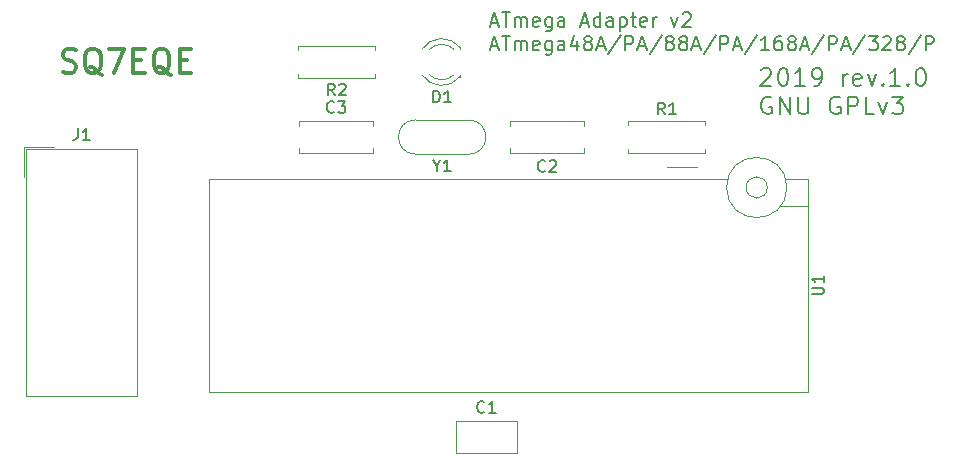
<source format=gbr>
G04 #@! TF.GenerationSoftware,KiCad,Pcbnew,5.1.4-3.fc30*
G04 #@! TF.CreationDate,2019-09-24T15:10:09+02:00*
G04 #@! TF.ProjectId,atmega_prog_adapter_v2,61746d65-6761-45f7-9072-6f675f616461,1.0*
G04 #@! TF.SameCoordinates,Original*
G04 #@! TF.FileFunction,Legend,Top*
G04 #@! TF.FilePolarity,Positive*
%FSLAX46Y46*%
G04 Gerber Fmt 4.6, Leading zero omitted, Abs format (unit mm)*
G04 Created by KiCad (PCBNEW 5.1.4-3.fc30) date 2019-09-24 15:10:09*
%MOMM*%
%LPD*%
G04 APERTURE LIST*
%ADD10C,0.150000*%
%ADD11C,0.200000*%
%ADD12C,0.300000*%
%ADD13C,0.120000*%
G04 APERTURE END LIST*
D10*
X152783214Y-74321428D02*
X152854642Y-74250000D01*
X152997500Y-74178571D01*
X153354642Y-74178571D01*
X153497500Y-74250000D01*
X153568928Y-74321428D01*
X153640357Y-74464285D01*
X153640357Y-74607142D01*
X153568928Y-74821428D01*
X152711785Y-75678571D01*
X153640357Y-75678571D01*
X154568928Y-74178571D02*
X154711785Y-74178571D01*
X154854642Y-74250000D01*
X154926071Y-74321428D01*
X154997500Y-74464285D01*
X155068928Y-74750000D01*
X155068928Y-75107142D01*
X154997500Y-75392857D01*
X154926071Y-75535714D01*
X154854642Y-75607142D01*
X154711785Y-75678571D01*
X154568928Y-75678571D01*
X154426071Y-75607142D01*
X154354642Y-75535714D01*
X154283214Y-75392857D01*
X154211785Y-75107142D01*
X154211785Y-74750000D01*
X154283214Y-74464285D01*
X154354642Y-74321428D01*
X154426071Y-74250000D01*
X154568928Y-74178571D01*
X156497500Y-75678571D02*
X155640357Y-75678571D01*
X156068928Y-75678571D02*
X156068928Y-74178571D01*
X155926071Y-74392857D01*
X155783214Y-74535714D01*
X155640357Y-74607142D01*
X157211785Y-75678571D02*
X157497500Y-75678571D01*
X157640357Y-75607142D01*
X157711785Y-75535714D01*
X157854642Y-75321428D01*
X157926071Y-75035714D01*
X157926071Y-74464285D01*
X157854642Y-74321428D01*
X157783214Y-74250000D01*
X157640357Y-74178571D01*
X157354642Y-74178571D01*
X157211785Y-74250000D01*
X157140357Y-74321428D01*
X157068928Y-74464285D01*
X157068928Y-74821428D01*
X157140357Y-74964285D01*
X157211785Y-75035714D01*
X157354642Y-75107142D01*
X157640357Y-75107142D01*
X157783214Y-75035714D01*
X157854642Y-74964285D01*
X157926071Y-74821428D01*
X159711785Y-75678571D02*
X159711785Y-74678571D01*
X159711785Y-74964285D02*
X159783214Y-74821428D01*
X159854642Y-74750000D01*
X159997500Y-74678571D01*
X160140357Y-74678571D01*
X161211785Y-75607142D02*
X161068928Y-75678571D01*
X160783214Y-75678571D01*
X160640357Y-75607142D01*
X160568928Y-75464285D01*
X160568928Y-74892857D01*
X160640357Y-74750000D01*
X160783214Y-74678571D01*
X161068928Y-74678571D01*
X161211785Y-74750000D01*
X161283214Y-74892857D01*
X161283214Y-75035714D01*
X160568928Y-75178571D01*
X161783214Y-74678571D02*
X162140357Y-75678571D01*
X162497500Y-74678571D01*
X163068928Y-75535714D02*
X163140357Y-75607142D01*
X163068928Y-75678571D01*
X162997500Y-75607142D01*
X163068928Y-75535714D01*
X163068928Y-75678571D01*
X164568928Y-75678571D02*
X163711785Y-75678571D01*
X164140357Y-75678571D02*
X164140357Y-74178571D01*
X163997500Y-74392857D01*
X163854642Y-74535714D01*
X163711785Y-74607142D01*
X165211785Y-75535714D02*
X165283214Y-75607142D01*
X165211785Y-75678571D01*
X165140357Y-75607142D01*
X165211785Y-75535714D01*
X165211785Y-75678571D01*
X166211785Y-74178571D02*
X166354642Y-74178571D01*
X166497500Y-74250000D01*
X166568928Y-74321428D01*
X166640357Y-74464285D01*
X166711785Y-74750000D01*
X166711785Y-75107142D01*
X166640357Y-75392857D01*
X166568928Y-75535714D01*
X166497500Y-75607142D01*
X166354642Y-75678571D01*
X166211785Y-75678571D01*
X166068928Y-75607142D01*
X165997500Y-75535714D01*
X165926071Y-75392857D01*
X165854642Y-75107142D01*
X165854642Y-74750000D01*
X165926071Y-74464285D01*
X165997500Y-74321428D01*
X166068928Y-74250000D01*
X166211785Y-74178571D01*
X153640357Y-76650000D02*
X153497500Y-76578571D01*
X153283214Y-76578571D01*
X153068928Y-76650000D01*
X152926071Y-76792857D01*
X152854642Y-76935714D01*
X152783214Y-77221428D01*
X152783214Y-77435714D01*
X152854642Y-77721428D01*
X152926071Y-77864285D01*
X153068928Y-78007142D01*
X153283214Y-78078571D01*
X153426071Y-78078571D01*
X153640357Y-78007142D01*
X153711785Y-77935714D01*
X153711785Y-77435714D01*
X153426071Y-77435714D01*
X154354642Y-78078571D02*
X154354642Y-76578571D01*
X155211785Y-78078571D01*
X155211785Y-76578571D01*
X155926071Y-76578571D02*
X155926071Y-77792857D01*
X155997500Y-77935714D01*
X156068928Y-78007142D01*
X156211785Y-78078571D01*
X156497500Y-78078571D01*
X156640357Y-78007142D01*
X156711785Y-77935714D01*
X156783214Y-77792857D01*
X156783214Y-76578571D01*
X159426071Y-76650000D02*
X159283214Y-76578571D01*
X159068928Y-76578571D01*
X158854642Y-76650000D01*
X158711785Y-76792857D01*
X158640357Y-76935714D01*
X158568928Y-77221428D01*
X158568928Y-77435714D01*
X158640357Y-77721428D01*
X158711785Y-77864285D01*
X158854642Y-78007142D01*
X159068928Y-78078571D01*
X159211785Y-78078571D01*
X159426071Y-78007142D01*
X159497500Y-77935714D01*
X159497500Y-77435714D01*
X159211785Y-77435714D01*
X160140357Y-78078571D02*
X160140357Y-76578571D01*
X160711785Y-76578571D01*
X160854642Y-76650000D01*
X160926071Y-76721428D01*
X160997500Y-76864285D01*
X160997500Y-77078571D01*
X160926071Y-77221428D01*
X160854642Y-77292857D01*
X160711785Y-77364285D01*
X160140357Y-77364285D01*
X162354642Y-78078571D02*
X161640357Y-78078571D01*
X161640357Y-76578571D01*
X162711785Y-77078571D02*
X163068928Y-78078571D01*
X163426071Y-77078571D01*
X163854642Y-76578571D02*
X164783214Y-76578571D01*
X164283214Y-77150000D01*
X164497500Y-77150000D01*
X164640357Y-77221428D01*
X164711785Y-77292857D01*
X164783214Y-77435714D01*
X164783214Y-77792857D01*
X164711785Y-77935714D01*
X164640357Y-78007142D01*
X164497500Y-78078571D01*
X164068928Y-78078571D01*
X163926071Y-78007142D01*
X163854642Y-77935714D01*
D11*
X129898571Y-70320000D02*
X130470000Y-70320000D01*
X129784285Y-70662857D02*
X130184285Y-69462857D01*
X130584285Y-70662857D01*
X130812857Y-69462857D02*
X131498571Y-69462857D01*
X131155714Y-70662857D02*
X131155714Y-69462857D01*
X131898571Y-70662857D02*
X131898571Y-69862857D01*
X131898571Y-69977142D02*
X131955714Y-69920000D01*
X132070000Y-69862857D01*
X132241428Y-69862857D01*
X132355714Y-69920000D01*
X132412857Y-70034285D01*
X132412857Y-70662857D01*
X132412857Y-70034285D02*
X132470000Y-69920000D01*
X132584285Y-69862857D01*
X132755714Y-69862857D01*
X132870000Y-69920000D01*
X132927142Y-70034285D01*
X132927142Y-70662857D01*
X133955714Y-70605714D02*
X133841428Y-70662857D01*
X133612857Y-70662857D01*
X133498571Y-70605714D01*
X133441428Y-70491428D01*
X133441428Y-70034285D01*
X133498571Y-69920000D01*
X133612857Y-69862857D01*
X133841428Y-69862857D01*
X133955714Y-69920000D01*
X134012857Y-70034285D01*
X134012857Y-70148571D01*
X133441428Y-70262857D01*
X135041428Y-69862857D02*
X135041428Y-70834285D01*
X134984285Y-70948571D01*
X134927142Y-71005714D01*
X134812857Y-71062857D01*
X134641428Y-71062857D01*
X134527142Y-71005714D01*
X135041428Y-70605714D02*
X134927142Y-70662857D01*
X134698571Y-70662857D01*
X134584285Y-70605714D01*
X134527142Y-70548571D01*
X134470000Y-70434285D01*
X134470000Y-70091428D01*
X134527142Y-69977142D01*
X134584285Y-69920000D01*
X134698571Y-69862857D01*
X134927142Y-69862857D01*
X135041428Y-69920000D01*
X136127142Y-70662857D02*
X136127142Y-70034285D01*
X136070000Y-69920000D01*
X135955714Y-69862857D01*
X135727142Y-69862857D01*
X135612857Y-69920000D01*
X136127142Y-70605714D02*
X136012857Y-70662857D01*
X135727142Y-70662857D01*
X135612857Y-70605714D01*
X135555714Y-70491428D01*
X135555714Y-70377142D01*
X135612857Y-70262857D01*
X135727142Y-70205714D01*
X136012857Y-70205714D01*
X136127142Y-70148571D01*
X137555714Y-70320000D02*
X138127142Y-70320000D01*
X137441428Y-70662857D02*
X137841428Y-69462857D01*
X138241428Y-70662857D01*
X139155714Y-70662857D02*
X139155714Y-69462857D01*
X139155714Y-70605714D02*
X139041428Y-70662857D01*
X138812857Y-70662857D01*
X138698571Y-70605714D01*
X138641428Y-70548571D01*
X138584285Y-70434285D01*
X138584285Y-70091428D01*
X138641428Y-69977142D01*
X138698571Y-69920000D01*
X138812857Y-69862857D01*
X139041428Y-69862857D01*
X139155714Y-69920000D01*
X140241428Y-70662857D02*
X140241428Y-70034285D01*
X140184285Y-69920000D01*
X140070000Y-69862857D01*
X139841428Y-69862857D01*
X139727142Y-69920000D01*
X140241428Y-70605714D02*
X140127142Y-70662857D01*
X139841428Y-70662857D01*
X139727142Y-70605714D01*
X139670000Y-70491428D01*
X139670000Y-70377142D01*
X139727142Y-70262857D01*
X139841428Y-70205714D01*
X140127142Y-70205714D01*
X140241428Y-70148571D01*
X140812857Y-69862857D02*
X140812857Y-71062857D01*
X140812857Y-69920000D02*
X140927142Y-69862857D01*
X141155714Y-69862857D01*
X141270000Y-69920000D01*
X141327142Y-69977142D01*
X141384285Y-70091428D01*
X141384285Y-70434285D01*
X141327142Y-70548571D01*
X141270000Y-70605714D01*
X141155714Y-70662857D01*
X140927142Y-70662857D01*
X140812857Y-70605714D01*
X141727142Y-69862857D02*
X142184285Y-69862857D01*
X141898571Y-69462857D02*
X141898571Y-70491428D01*
X141955714Y-70605714D01*
X142070000Y-70662857D01*
X142184285Y-70662857D01*
X143041428Y-70605714D02*
X142927142Y-70662857D01*
X142698571Y-70662857D01*
X142584285Y-70605714D01*
X142527142Y-70491428D01*
X142527142Y-70034285D01*
X142584285Y-69920000D01*
X142698571Y-69862857D01*
X142927142Y-69862857D01*
X143041428Y-69920000D01*
X143098571Y-70034285D01*
X143098571Y-70148571D01*
X142527142Y-70262857D01*
X143612857Y-70662857D02*
X143612857Y-69862857D01*
X143612857Y-70091428D02*
X143670000Y-69977142D01*
X143727142Y-69920000D01*
X143841428Y-69862857D01*
X143955714Y-69862857D01*
X145155714Y-69862857D02*
X145441428Y-70662857D01*
X145727142Y-69862857D01*
X146127142Y-69577142D02*
X146184285Y-69520000D01*
X146298571Y-69462857D01*
X146584285Y-69462857D01*
X146698571Y-69520000D01*
X146755714Y-69577142D01*
X146812857Y-69691428D01*
X146812857Y-69805714D01*
X146755714Y-69977142D01*
X146070000Y-70662857D01*
X146812857Y-70662857D01*
X129898571Y-72320000D02*
X130470000Y-72320000D01*
X129784285Y-72662857D02*
X130184285Y-71462857D01*
X130584285Y-72662857D01*
X130812857Y-71462857D02*
X131498571Y-71462857D01*
X131155714Y-72662857D02*
X131155714Y-71462857D01*
X131898571Y-72662857D02*
X131898571Y-71862857D01*
X131898571Y-71977142D02*
X131955714Y-71920000D01*
X132070000Y-71862857D01*
X132241428Y-71862857D01*
X132355714Y-71920000D01*
X132412857Y-72034285D01*
X132412857Y-72662857D01*
X132412857Y-72034285D02*
X132470000Y-71920000D01*
X132584285Y-71862857D01*
X132755714Y-71862857D01*
X132870000Y-71920000D01*
X132927142Y-72034285D01*
X132927142Y-72662857D01*
X133955714Y-72605714D02*
X133841428Y-72662857D01*
X133612857Y-72662857D01*
X133498571Y-72605714D01*
X133441428Y-72491428D01*
X133441428Y-72034285D01*
X133498571Y-71920000D01*
X133612857Y-71862857D01*
X133841428Y-71862857D01*
X133955714Y-71920000D01*
X134012857Y-72034285D01*
X134012857Y-72148571D01*
X133441428Y-72262857D01*
X135041428Y-71862857D02*
X135041428Y-72834285D01*
X134984285Y-72948571D01*
X134927142Y-73005714D01*
X134812857Y-73062857D01*
X134641428Y-73062857D01*
X134527142Y-73005714D01*
X135041428Y-72605714D02*
X134927142Y-72662857D01*
X134698571Y-72662857D01*
X134584285Y-72605714D01*
X134527142Y-72548571D01*
X134470000Y-72434285D01*
X134470000Y-72091428D01*
X134527142Y-71977142D01*
X134584285Y-71920000D01*
X134698571Y-71862857D01*
X134927142Y-71862857D01*
X135041428Y-71920000D01*
X136127142Y-72662857D02*
X136127142Y-72034285D01*
X136070000Y-71920000D01*
X135955714Y-71862857D01*
X135727142Y-71862857D01*
X135612857Y-71920000D01*
X136127142Y-72605714D02*
X136012857Y-72662857D01*
X135727142Y-72662857D01*
X135612857Y-72605714D01*
X135555714Y-72491428D01*
X135555714Y-72377142D01*
X135612857Y-72262857D01*
X135727142Y-72205714D01*
X136012857Y-72205714D01*
X136127142Y-72148571D01*
X137212857Y-71862857D02*
X137212857Y-72662857D01*
X136927142Y-71405714D02*
X136641428Y-72262857D01*
X137384285Y-72262857D01*
X138012857Y-71977142D02*
X137898571Y-71920000D01*
X137841428Y-71862857D01*
X137784285Y-71748571D01*
X137784285Y-71691428D01*
X137841428Y-71577142D01*
X137898571Y-71520000D01*
X138012857Y-71462857D01*
X138241428Y-71462857D01*
X138355714Y-71520000D01*
X138412857Y-71577142D01*
X138470000Y-71691428D01*
X138470000Y-71748571D01*
X138412857Y-71862857D01*
X138355714Y-71920000D01*
X138241428Y-71977142D01*
X138012857Y-71977142D01*
X137898571Y-72034285D01*
X137841428Y-72091428D01*
X137784285Y-72205714D01*
X137784285Y-72434285D01*
X137841428Y-72548571D01*
X137898571Y-72605714D01*
X138012857Y-72662857D01*
X138241428Y-72662857D01*
X138355714Y-72605714D01*
X138412857Y-72548571D01*
X138470000Y-72434285D01*
X138470000Y-72205714D01*
X138412857Y-72091428D01*
X138355714Y-72034285D01*
X138241428Y-71977142D01*
X138927142Y-72320000D02*
X139498571Y-72320000D01*
X138812857Y-72662857D02*
X139212857Y-71462857D01*
X139612857Y-72662857D01*
X140870000Y-71405714D02*
X139841428Y-72948571D01*
X141270000Y-72662857D02*
X141270000Y-71462857D01*
X141727142Y-71462857D01*
X141841428Y-71520000D01*
X141898571Y-71577142D01*
X141955714Y-71691428D01*
X141955714Y-71862857D01*
X141898571Y-71977142D01*
X141841428Y-72034285D01*
X141727142Y-72091428D01*
X141270000Y-72091428D01*
X142412857Y-72320000D02*
X142984285Y-72320000D01*
X142298571Y-72662857D02*
X142698571Y-71462857D01*
X143098571Y-72662857D01*
X144355714Y-71405714D02*
X143327142Y-72948571D01*
X144927142Y-71977142D02*
X144812857Y-71920000D01*
X144755714Y-71862857D01*
X144698571Y-71748571D01*
X144698571Y-71691428D01*
X144755714Y-71577142D01*
X144812857Y-71520000D01*
X144927142Y-71462857D01*
X145155714Y-71462857D01*
X145270000Y-71520000D01*
X145327142Y-71577142D01*
X145384285Y-71691428D01*
X145384285Y-71748571D01*
X145327142Y-71862857D01*
X145270000Y-71920000D01*
X145155714Y-71977142D01*
X144927142Y-71977142D01*
X144812857Y-72034285D01*
X144755714Y-72091428D01*
X144698571Y-72205714D01*
X144698571Y-72434285D01*
X144755714Y-72548571D01*
X144812857Y-72605714D01*
X144927142Y-72662857D01*
X145155714Y-72662857D01*
X145270000Y-72605714D01*
X145327142Y-72548571D01*
X145384285Y-72434285D01*
X145384285Y-72205714D01*
X145327142Y-72091428D01*
X145270000Y-72034285D01*
X145155714Y-71977142D01*
X146070000Y-71977142D02*
X145955714Y-71920000D01*
X145898571Y-71862857D01*
X145841428Y-71748571D01*
X145841428Y-71691428D01*
X145898571Y-71577142D01*
X145955714Y-71520000D01*
X146070000Y-71462857D01*
X146298571Y-71462857D01*
X146412857Y-71520000D01*
X146470000Y-71577142D01*
X146527142Y-71691428D01*
X146527142Y-71748571D01*
X146470000Y-71862857D01*
X146412857Y-71920000D01*
X146298571Y-71977142D01*
X146070000Y-71977142D01*
X145955714Y-72034285D01*
X145898571Y-72091428D01*
X145841428Y-72205714D01*
X145841428Y-72434285D01*
X145898571Y-72548571D01*
X145955714Y-72605714D01*
X146070000Y-72662857D01*
X146298571Y-72662857D01*
X146412857Y-72605714D01*
X146470000Y-72548571D01*
X146527142Y-72434285D01*
X146527142Y-72205714D01*
X146470000Y-72091428D01*
X146412857Y-72034285D01*
X146298571Y-71977142D01*
X146984285Y-72320000D02*
X147555714Y-72320000D01*
X146870000Y-72662857D02*
X147270000Y-71462857D01*
X147670000Y-72662857D01*
X148927142Y-71405714D02*
X147898571Y-72948571D01*
X149327142Y-72662857D02*
X149327142Y-71462857D01*
X149784285Y-71462857D01*
X149898571Y-71520000D01*
X149955714Y-71577142D01*
X150012857Y-71691428D01*
X150012857Y-71862857D01*
X149955714Y-71977142D01*
X149898571Y-72034285D01*
X149784285Y-72091428D01*
X149327142Y-72091428D01*
X150470000Y-72320000D02*
X151041428Y-72320000D01*
X150355714Y-72662857D02*
X150755714Y-71462857D01*
X151155714Y-72662857D01*
X152412857Y-71405714D02*
X151384285Y-72948571D01*
X153441428Y-72662857D02*
X152755714Y-72662857D01*
X153098571Y-72662857D02*
X153098571Y-71462857D01*
X152984285Y-71634285D01*
X152870000Y-71748571D01*
X152755714Y-71805714D01*
X154470000Y-71462857D02*
X154241428Y-71462857D01*
X154127142Y-71520000D01*
X154070000Y-71577142D01*
X153955714Y-71748571D01*
X153898571Y-71977142D01*
X153898571Y-72434285D01*
X153955714Y-72548571D01*
X154012857Y-72605714D01*
X154127142Y-72662857D01*
X154355714Y-72662857D01*
X154470000Y-72605714D01*
X154527142Y-72548571D01*
X154584285Y-72434285D01*
X154584285Y-72148571D01*
X154527142Y-72034285D01*
X154470000Y-71977142D01*
X154355714Y-71920000D01*
X154127142Y-71920000D01*
X154012857Y-71977142D01*
X153955714Y-72034285D01*
X153898571Y-72148571D01*
X155270000Y-71977142D02*
X155155714Y-71920000D01*
X155098571Y-71862857D01*
X155041428Y-71748571D01*
X155041428Y-71691428D01*
X155098571Y-71577142D01*
X155155714Y-71520000D01*
X155270000Y-71462857D01*
X155498571Y-71462857D01*
X155612857Y-71520000D01*
X155670000Y-71577142D01*
X155727142Y-71691428D01*
X155727142Y-71748571D01*
X155670000Y-71862857D01*
X155612857Y-71920000D01*
X155498571Y-71977142D01*
X155270000Y-71977142D01*
X155155714Y-72034285D01*
X155098571Y-72091428D01*
X155041428Y-72205714D01*
X155041428Y-72434285D01*
X155098571Y-72548571D01*
X155155714Y-72605714D01*
X155270000Y-72662857D01*
X155498571Y-72662857D01*
X155612857Y-72605714D01*
X155670000Y-72548571D01*
X155727142Y-72434285D01*
X155727142Y-72205714D01*
X155670000Y-72091428D01*
X155612857Y-72034285D01*
X155498571Y-71977142D01*
X156184285Y-72320000D02*
X156755714Y-72320000D01*
X156070000Y-72662857D02*
X156470000Y-71462857D01*
X156870000Y-72662857D01*
X158127142Y-71405714D02*
X157098571Y-72948571D01*
X158527142Y-72662857D02*
X158527142Y-71462857D01*
X158984285Y-71462857D01*
X159098571Y-71520000D01*
X159155714Y-71577142D01*
X159212857Y-71691428D01*
X159212857Y-71862857D01*
X159155714Y-71977142D01*
X159098571Y-72034285D01*
X158984285Y-72091428D01*
X158527142Y-72091428D01*
X159670000Y-72320000D02*
X160241428Y-72320000D01*
X159555714Y-72662857D02*
X159955714Y-71462857D01*
X160355714Y-72662857D01*
X161612857Y-71405714D02*
X160584285Y-72948571D01*
X161898571Y-71462857D02*
X162641428Y-71462857D01*
X162241428Y-71920000D01*
X162412857Y-71920000D01*
X162527142Y-71977142D01*
X162584285Y-72034285D01*
X162641428Y-72148571D01*
X162641428Y-72434285D01*
X162584285Y-72548571D01*
X162527142Y-72605714D01*
X162412857Y-72662857D01*
X162070000Y-72662857D01*
X161955714Y-72605714D01*
X161898571Y-72548571D01*
X163098571Y-71577142D02*
X163155714Y-71520000D01*
X163270000Y-71462857D01*
X163555714Y-71462857D01*
X163670000Y-71520000D01*
X163727142Y-71577142D01*
X163784285Y-71691428D01*
X163784285Y-71805714D01*
X163727142Y-71977142D01*
X163041428Y-72662857D01*
X163784285Y-72662857D01*
X164470000Y-71977142D02*
X164355714Y-71920000D01*
X164298571Y-71862857D01*
X164241428Y-71748571D01*
X164241428Y-71691428D01*
X164298571Y-71577142D01*
X164355714Y-71520000D01*
X164470000Y-71462857D01*
X164698571Y-71462857D01*
X164812857Y-71520000D01*
X164870000Y-71577142D01*
X164927142Y-71691428D01*
X164927142Y-71748571D01*
X164870000Y-71862857D01*
X164812857Y-71920000D01*
X164698571Y-71977142D01*
X164470000Y-71977142D01*
X164355714Y-72034285D01*
X164298571Y-72091428D01*
X164241428Y-72205714D01*
X164241428Y-72434285D01*
X164298571Y-72548571D01*
X164355714Y-72605714D01*
X164470000Y-72662857D01*
X164698571Y-72662857D01*
X164812857Y-72605714D01*
X164870000Y-72548571D01*
X164927142Y-72434285D01*
X164927142Y-72205714D01*
X164870000Y-72091428D01*
X164812857Y-72034285D01*
X164698571Y-71977142D01*
X166298571Y-71405714D02*
X165270000Y-72948571D01*
X166698571Y-72662857D02*
X166698571Y-71462857D01*
X167155714Y-71462857D01*
X167270000Y-71520000D01*
X167327142Y-71577142D01*
X167384285Y-71691428D01*
X167384285Y-71862857D01*
X167327142Y-71977142D01*
X167270000Y-72034285D01*
X167155714Y-72091428D01*
X166698571Y-72091428D01*
D12*
X93631428Y-74469523D02*
X93917142Y-74564761D01*
X94393333Y-74564761D01*
X94583809Y-74469523D01*
X94679047Y-74374285D01*
X94774285Y-74183809D01*
X94774285Y-73993333D01*
X94679047Y-73802857D01*
X94583809Y-73707619D01*
X94393333Y-73612380D01*
X94012380Y-73517142D01*
X93821904Y-73421904D01*
X93726666Y-73326666D01*
X93631428Y-73136190D01*
X93631428Y-72945714D01*
X93726666Y-72755238D01*
X93821904Y-72660000D01*
X94012380Y-72564761D01*
X94488571Y-72564761D01*
X94774285Y-72660000D01*
X96964761Y-74755238D02*
X96774285Y-74660000D01*
X96583809Y-74469523D01*
X96298095Y-74183809D01*
X96107619Y-74088571D01*
X95917142Y-74088571D01*
X96012380Y-74564761D02*
X95821904Y-74469523D01*
X95631428Y-74279047D01*
X95536190Y-73898095D01*
X95536190Y-73231428D01*
X95631428Y-72850476D01*
X95821904Y-72660000D01*
X96012380Y-72564761D01*
X96393333Y-72564761D01*
X96583809Y-72660000D01*
X96774285Y-72850476D01*
X96869523Y-73231428D01*
X96869523Y-73898095D01*
X96774285Y-74279047D01*
X96583809Y-74469523D01*
X96393333Y-74564761D01*
X96012380Y-74564761D01*
X97536190Y-72564761D02*
X98869523Y-72564761D01*
X98012380Y-74564761D01*
X99631428Y-73517142D02*
X100298095Y-73517142D01*
X100583809Y-74564761D02*
X99631428Y-74564761D01*
X99631428Y-72564761D01*
X100583809Y-72564761D01*
X102774285Y-74755238D02*
X102583809Y-74660000D01*
X102393333Y-74469523D01*
X102107619Y-74183809D01*
X101917142Y-74088571D01*
X101726666Y-74088571D01*
X101821904Y-74564761D02*
X101631428Y-74469523D01*
X101440952Y-74279047D01*
X101345714Y-73898095D01*
X101345714Y-73231428D01*
X101440952Y-72850476D01*
X101631428Y-72660000D01*
X101821904Y-72564761D01*
X102202857Y-72564761D01*
X102393333Y-72660000D01*
X102583809Y-72850476D01*
X102679047Y-73231428D01*
X102679047Y-73898095D01*
X102583809Y-74279047D01*
X102393333Y-74469523D01*
X102202857Y-74564761D01*
X101821904Y-74564761D01*
X103536190Y-73517142D02*
X104202857Y-73517142D01*
X104488571Y-74564761D02*
X103536190Y-74564761D01*
X103536190Y-72564761D01*
X104488571Y-72564761D01*
D13*
X126900000Y-104040000D02*
X132140000Y-104040000D01*
X126900000Y-106780000D02*
X132140000Y-106780000D01*
X126900000Y-104040000D02*
X126900000Y-106780000D01*
X132140000Y-104040000D02*
X132140000Y-106780000D01*
X137780000Y-81380000D02*
X131540000Y-81380000D01*
X137780000Y-78640000D02*
X131540000Y-78640000D01*
X137780000Y-81380000D02*
X137780000Y-80935000D01*
X137780000Y-79085000D02*
X137780000Y-78640000D01*
X131540000Y-81380000D02*
X131540000Y-80935000D01*
X131540000Y-79085000D02*
X131540000Y-78640000D01*
X119920000Y-80935000D02*
X119920000Y-81380000D01*
X119920000Y-78640000D02*
X119920000Y-79085000D01*
X113680000Y-80935000D02*
X113680000Y-81380000D01*
X113680000Y-78640000D02*
X113680000Y-79085000D01*
X113680000Y-81380000D02*
X119920000Y-81380000D01*
X113680000Y-78640000D02*
X119920000Y-78640000D01*
X124057665Y-74738608D02*
G75*
G03X127290000Y-74895516I1672335J1078608D01*
G01*
X124057665Y-72581392D02*
G75*
G02X127290000Y-72424484I1672335J-1078608D01*
G01*
X124688870Y-74739837D02*
G75*
G03X126770961Y-74740000I1041130J1079837D01*
G01*
X124688870Y-72580163D02*
G75*
G02X126770961Y-72580000I1041130J-1079837D01*
G01*
X127290000Y-74896000D02*
X127290000Y-74740000D01*
X127290000Y-72580000D02*
X127290000Y-72424000D01*
X99925000Y-81065000D02*
X99925000Y-101925000D01*
X99925000Y-101925000D02*
X90575000Y-101925000D01*
X90575000Y-101925000D02*
X90575000Y-81065000D01*
X90575000Y-81065000D02*
X99925000Y-81065000D01*
X90325000Y-80815000D02*
X90325000Y-83355000D01*
X90325000Y-80815000D02*
X92865000Y-80815000D01*
X141510000Y-78970000D02*
X141510000Y-78640000D01*
X141510000Y-78640000D02*
X148050000Y-78640000D01*
X148050000Y-78640000D02*
X148050000Y-78970000D01*
X141510000Y-81050000D02*
X141510000Y-81380000D01*
X141510000Y-81380000D02*
X148050000Y-81380000D01*
X148050000Y-81380000D02*
X148050000Y-81050000D01*
X113570000Y-72290000D02*
X113570000Y-72620000D01*
X120110000Y-72290000D02*
X113570000Y-72290000D01*
X120110000Y-72620000D02*
X120110000Y-72290000D01*
X113570000Y-75030000D02*
X113570000Y-74700000D01*
X120110000Y-75030000D02*
X113570000Y-75030000D01*
X120110000Y-74700000D02*
X120110000Y-75030000D01*
X154950000Y-84280000D02*
G75*
G03X154950000Y-84280000I-2550000J0D01*
G01*
X153300000Y-84280000D02*
G75*
G03X153300000Y-84280000I-900000J0D01*
G01*
X149950000Y-83560000D02*
X106010000Y-83560000D01*
X106010000Y-83560000D02*
X106010000Y-101560000D01*
X106010000Y-101560000D02*
X156710000Y-101560000D01*
X156710000Y-101560000D02*
X156710000Y-83560000D01*
X156710000Y-83560000D02*
X154850000Y-83560000D01*
X156710000Y-85830000D02*
X154450000Y-85830000D01*
X144780000Y-82530000D02*
X147320000Y-82530000D01*
X128020000Y-81460000D02*
X123520000Y-81460000D01*
X128020000Y-78560000D02*
X123520000Y-78560000D01*
X128020000Y-78560000D02*
G75*
G02X128020000Y-81460000I0J-1450000D01*
G01*
X123520000Y-78560000D02*
G75*
G03X123520000Y-81460000I0J-1450000D01*
G01*
D10*
X129353333Y-103267142D02*
X129305714Y-103314761D01*
X129162857Y-103362380D01*
X129067619Y-103362380D01*
X128924761Y-103314761D01*
X128829523Y-103219523D01*
X128781904Y-103124285D01*
X128734285Y-102933809D01*
X128734285Y-102790952D01*
X128781904Y-102600476D01*
X128829523Y-102505238D01*
X128924761Y-102410000D01*
X129067619Y-102362380D01*
X129162857Y-102362380D01*
X129305714Y-102410000D01*
X129353333Y-102457619D01*
X130305714Y-103362380D02*
X129734285Y-103362380D01*
X130020000Y-103362380D02*
X130020000Y-102362380D01*
X129924761Y-102505238D01*
X129829523Y-102600476D01*
X129734285Y-102648095D01*
X134493333Y-82867142D02*
X134445714Y-82914761D01*
X134302857Y-82962380D01*
X134207619Y-82962380D01*
X134064761Y-82914761D01*
X133969523Y-82819523D01*
X133921904Y-82724285D01*
X133874285Y-82533809D01*
X133874285Y-82390952D01*
X133921904Y-82200476D01*
X133969523Y-82105238D01*
X134064761Y-82010000D01*
X134207619Y-81962380D01*
X134302857Y-81962380D01*
X134445714Y-82010000D01*
X134493333Y-82057619D01*
X134874285Y-82057619D02*
X134921904Y-82010000D01*
X135017142Y-81962380D01*
X135255238Y-81962380D01*
X135350476Y-82010000D01*
X135398095Y-82057619D01*
X135445714Y-82152857D01*
X135445714Y-82248095D01*
X135398095Y-82390952D01*
X134826666Y-82962380D01*
X135445714Y-82962380D01*
X116633333Y-77867142D02*
X116585714Y-77914761D01*
X116442857Y-77962380D01*
X116347619Y-77962380D01*
X116204761Y-77914761D01*
X116109523Y-77819523D01*
X116061904Y-77724285D01*
X116014285Y-77533809D01*
X116014285Y-77390952D01*
X116061904Y-77200476D01*
X116109523Y-77105238D01*
X116204761Y-77010000D01*
X116347619Y-76962380D01*
X116442857Y-76962380D01*
X116585714Y-77010000D01*
X116633333Y-77057619D01*
X116966666Y-76962380D02*
X117585714Y-76962380D01*
X117252380Y-77343333D01*
X117395238Y-77343333D01*
X117490476Y-77390952D01*
X117538095Y-77438571D01*
X117585714Y-77533809D01*
X117585714Y-77771904D01*
X117538095Y-77867142D01*
X117490476Y-77914761D01*
X117395238Y-77962380D01*
X117109523Y-77962380D01*
X117014285Y-77914761D01*
X116966666Y-77867142D01*
X124991904Y-77072380D02*
X124991904Y-76072380D01*
X125230000Y-76072380D01*
X125372857Y-76120000D01*
X125468095Y-76215238D01*
X125515714Y-76310476D01*
X125563333Y-76500952D01*
X125563333Y-76643809D01*
X125515714Y-76834285D01*
X125468095Y-76929523D01*
X125372857Y-77024761D01*
X125230000Y-77072380D01*
X124991904Y-77072380D01*
X126515714Y-77072380D02*
X125944285Y-77072380D01*
X126230000Y-77072380D02*
X126230000Y-76072380D01*
X126134761Y-76215238D01*
X126039523Y-76310476D01*
X125944285Y-76358095D01*
X94916666Y-79263380D02*
X94916666Y-79977666D01*
X94869047Y-80120523D01*
X94773809Y-80215761D01*
X94630952Y-80263380D01*
X94535714Y-80263380D01*
X95916666Y-80263380D02*
X95345238Y-80263380D01*
X95630952Y-80263380D02*
X95630952Y-79263380D01*
X95535714Y-79406238D01*
X95440476Y-79501476D01*
X95345238Y-79549095D01*
X144613333Y-78092380D02*
X144280000Y-77616190D01*
X144041904Y-78092380D02*
X144041904Y-77092380D01*
X144422857Y-77092380D01*
X144518095Y-77140000D01*
X144565714Y-77187619D01*
X144613333Y-77282857D01*
X144613333Y-77425714D01*
X144565714Y-77520952D01*
X144518095Y-77568571D01*
X144422857Y-77616190D01*
X144041904Y-77616190D01*
X145565714Y-78092380D02*
X144994285Y-78092380D01*
X145280000Y-78092380D02*
X145280000Y-77092380D01*
X145184761Y-77235238D01*
X145089523Y-77330476D01*
X144994285Y-77378095D01*
X116673333Y-76482380D02*
X116340000Y-76006190D01*
X116101904Y-76482380D02*
X116101904Y-75482380D01*
X116482857Y-75482380D01*
X116578095Y-75530000D01*
X116625714Y-75577619D01*
X116673333Y-75672857D01*
X116673333Y-75815714D01*
X116625714Y-75910952D01*
X116578095Y-75958571D01*
X116482857Y-76006190D01*
X116101904Y-76006190D01*
X117054285Y-75577619D02*
X117101904Y-75530000D01*
X117197142Y-75482380D01*
X117435238Y-75482380D01*
X117530476Y-75530000D01*
X117578095Y-75577619D01*
X117625714Y-75672857D01*
X117625714Y-75768095D01*
X117578095Y-75910952D01*
X117006666Y-76482380D01*
X117625714Y-76482380D01*
X157062380Y-93321904D02*
X157871904Y-93321904D01*
X157967142Y-93274285D01*
X158014761Y-93226666D01*
X158062380Y-93131428D01*
X158062380Y-92940952D01*
X158014761Y-92845714D01*
X157967142Y-92798095D01*
X157871904Y-92750476D01*
X157062380Y-92750476D01*
X158062380Y-91750476D02*
X158062380Y-92321904D01*
X158062380Y-92036190D02*
X157062380Y-92036190D01*
X157205238Y-92131428D01*
X157300476Y-92226666D01*
X157348095Y-92321904D01*
X125293809Y-82436190D02*
X125293809Y-82912380D01*
X124960476Y-81912380D02*
X125293809Y-82436190D01*
X125627142Y-81912380D01*
X126484285Y-82912380D02*
X125912857Y-82912380D01*
X126198571Y-82912380D02*
X126198571Y-81912380D01*
X126103333Y-82055238D01*
X126008095Y-82150476D01*
X125912857Y-82198095D01*
M02*

</source>
